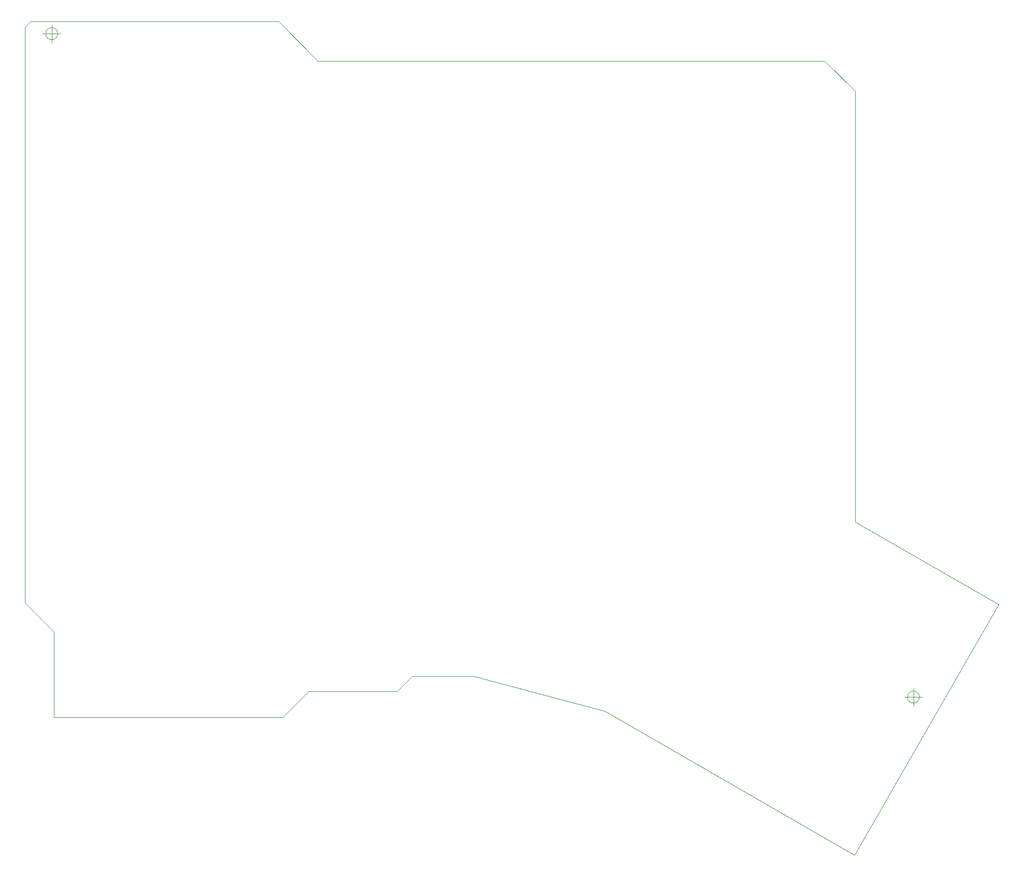
<source format=gm1>
G04 #@! TF.GenerationSoftware,KiCad,Pcbnew,(5.1.5)-3*
G04 #@! TF.CreationDate,2020-05-15T01:17:07+04:00*
G04 #@! TF.ProjectId,redox_rev2_ng-THT,7265646f-785f-4726-9576-325f6e672d54,2.0 NG*
G04 #@! TF.SameCoordinates,Original*
G04 #@! TF.FileFunction,Profile,NP*
%FSLAX46Y46*%
G04 Gerber Fmt 4.6, Leading zero omitted, Abs format (unit mm)*
G04 Created by KiCad (PCBNEW (5.1.5)-3) date 2020-05-15 01:17:07*
%MOMM*%
%LPD*%
G04 APERTURE LIST*
%ADD10C,0.100000*%
%ADD11C,0.110000*%
G04 APERTURE END LIST*
D10*
X79500000Y-37500000D02*
X80500000Y-36500000D01*
X217800000Y-48150000D02*
X212720000Y-43120000D01*
D11*
X121800000Y-36503500D02*
X128310000Y-43120000D01*
D10*
X80500000Y-36500000D02*
X121800000Y-36500000D01*
X122428000Y-152400000D02*
X126746000Y-148082000D01*
X141478000Y-148082000D02*
X144018000Y-145542000D01*
X85000000Y-38600000D02*
G75*
G03X85000000Y-38600000I-1000000J0D01*
G01*
X82500000Y-38600000D02*
X85500000Y-38600000D01*
X84000000Y-37100000D02*
X84000000Y-40100000D01*
X228500000Y-149000000D02*
G75*
G03X228500000Y-149000000I-1000000J0D01*
G01*
X226000000Y-149000000D02*
X229000000Y-149000000D01*
X227500000Y-147500000D02*
X227500000Y-150500000D01*
X212720000Y-43120000D02*
X128310000Y-43120000D01*
X217800000Y-48150000D02*
X217800000Y-64008000D01*
X79500000Y-37500000D02*
X79500000Y-57200000D01*
X154178000Y-145542000D02*
X144018000Y-145542000D01*
X217805000Y-119888000D02*
X241681000Y-133604000D01*
X217805000Y-64008000D02*
X217805000Y-119888000D01*
X217678000Y-175260000D02*
X241681000Y-133604000D01*
X217551000Y-175260000D02*
X217678000Y-175260000D01*
X176149000Y-151384000D02*
X154178000Y-145542000D01*
X217551000Y-175260000D02*
X176149000Y-151384000D01*
X126746000Y-148082000D02*
X141478000Y-148082000D01*
X84328000Y-152400000D02*
X122428000Y-152400000D01*
X84328000Y-138176000D02*
X84328000Y-152400000D01*
X79502000Y-133350000D02*
X84328000Y-138176000D01*
X79500000Y-57200000D02*
X79502000Y-133350000D01*
M02*

</source>
